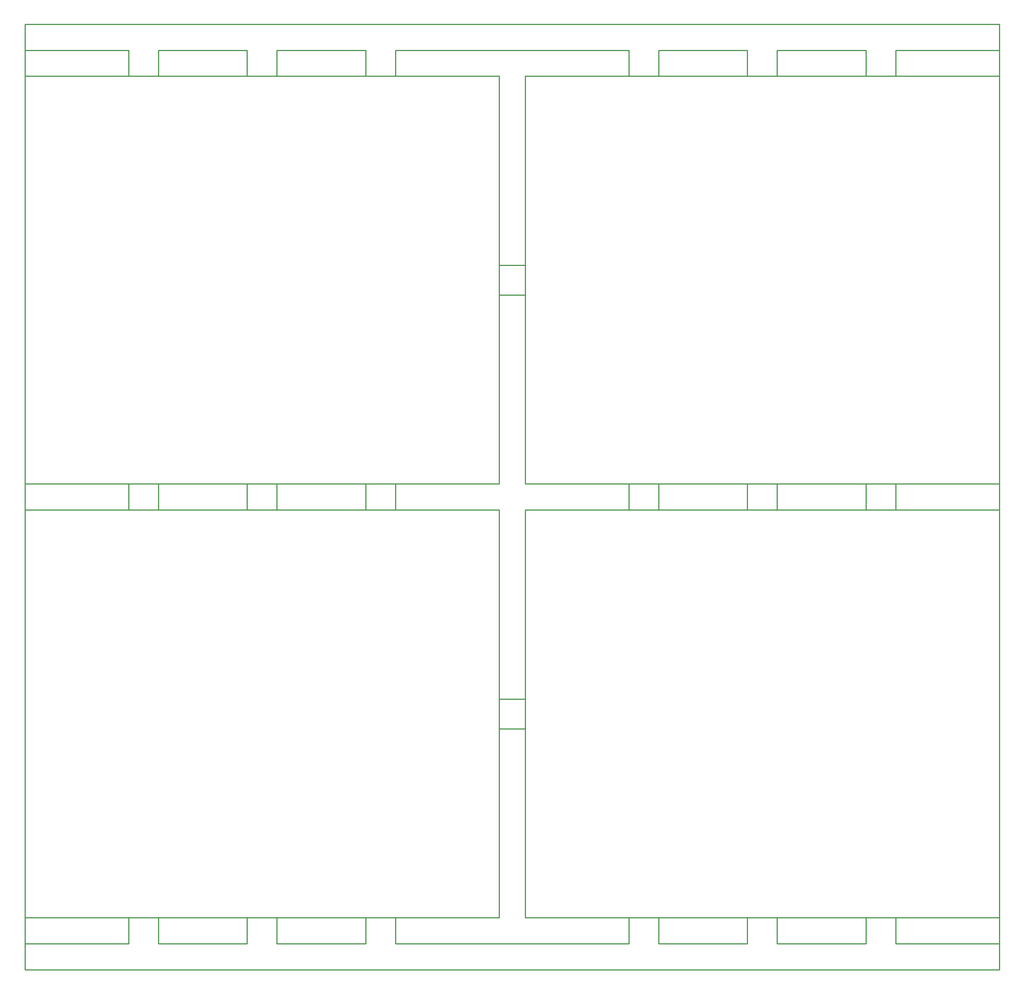
<source format=gko>
G04 Layer: BoardOutlineLayer*
G04 EasyEDA v6.5.29, 2023-07-19 22:01:03*
G04 8eb2f2613b91424b8de75a29ec9d0e09,5a6b42c53f6a479593ecc07194224c93,10*
G04 Gerber Generator version 0.2*
G04 Scale: 100 percent, Rotated: No, Reflected: No *
G04 Dimensions in millimeters *
G04 leading zeros omitted , absolute positions ,4 integer and 5 decimal *
%FSLAX45Y45*%
%MOMM*%

%ADD10C,0.2540*%
D10*
X7112000Y9652000D02*
G01*
X18034000Y9652000D01*
X18034000Y254000D01*
X7112000Y254000D01*
X7112000Y9652000D01*
X18633998Y9652000D02*
G01*
X29555998Y9652000D01*
X29555998Y254000D01*
X18633998Y254000D01*
X18633998Y9652000D01*
X7112000Y-345998D02*
G01*
X18034000Y-345998D01*
X18034000Y-9743998D01*
X7112000Y-9743998D01*
X7112000Y-345998D01*
X18633998Y-345998D02*
G01*
X29555998Y-345998D01*
X29555998Y-9743998D01*
X18633998Y-9743998D01*
X18633998Y-345998D01*
X7112000Y10851997D02*
G01*
X29555998Y10851997D01*
X29555998Y-10943996D01*
X7112000Y-10943996D01*
X7112000Y10851997D01*
X9500496Y10251998D02*
G01*
X7112000Y10251998D01*
X9500496Y-10343997D02*
G01*
X7112000Y-10343997D01*
X12230996Y10251998D02*
G01*
X10184505Y10251998D01*
X12230996Y-10343997D02*
G01*
X10184505Y-10343997D01*
X14961496Y10251998D02*
G01*
X12915005Y10251998D01*
X14961496Y-10343997D02*
G01*
X12915005Y-10343997D01*
X21022495Y10251998D02*
G01*
X15645505Y10251998D01*
X21022495Y-10343997D02*
G01*
X15645505Y-10343997D01*
X23752995Y10251998D02*
G01*
X21706504Y10251998D01*
X23752995Y-10343997D02*
G01*
X21706504Y-10343997D01*
X26483495Y10251998D02*
G01*
X24437004Y10251998D01*
X26483495Y-10343997D02*
G01*
X24437004Y-10343997D01*
X29555998Y10251998D02*
G01*
X27167504Y10251998D01*
X29555998Y-10343997D02*
G01*
X27167504Y-10343997D01*
X9500496Y-336831D02*
G01*
X9500496Y244833D01*
X10184505Y-336831D02*
G01*
X10184505Y244833D01*
X12230996Y-336831D02*
G01*
X12230996Y244833D01*
X12915005Y-336831D02*
G01*
X12915005Y244833D01*
X14961496Y-336831D02*
G01*
X14961496Y244833D01*
X15645505Y-336831D02*
G01*
X15645505Y244833D01*
X21022495Y-336831D02*
G01*
X21022495Y244833D01*
X21706504Y-336831D02*
G01*
X21706504Y244833D01*
X23752995Y-336831D02*
G01*
X23752995Y244833D01*
X24437004Y-336831D02*
G01*
X24437004Y244833D01*
X26483495Y-336831D02*
G01*
X26483495Y244833D01*
X27167504Y-336831D02*
G01*
X27167504Y244833D01*
X18624831Y5295003D02*
G01*
X18043166Y5295003D01*
X18624831Y4610994D02*
G01*
X18043166Y4610994D01*
X18624831Y-4702995D02*
G01*
X18043166Y-4702995D01*
X18624831Y-5387004D02*
G01*
X18043166Y-5387004D01*
X9500496Y9661166D02*
G01*
X9500496Y10251998D01*
X9500496Y-10343997D02*
G01*
X9500496Y-9753165D01*
X10184505Y9661166D02*
G01*
X10184505Y10251998D01*
X10184505Y-10343997D02*
G01*
X10184505Y-9753165D01*
X12230996Y9661166D02*
G01*
X12230996Y10251998D01*
X12230996Y-10343997D02*
G01*
X12230996Y-9753165D01*
X12915005Y9661166D02*
G01*
X12915005Y10251998D01*
X12915005Y-10343997D02*
G01*
X12915005Y-9753165D01*
X14961496Y9661166D02*
G01*
X14961496Y10251998D01*
X14961496Y-10343997D02*
G01*
X14961496Y-9753165D01*
X15645505Y9661166D02*
G01*
X15645505Y10251998D01*
X15645505Y-10343997D02*
G01*
X15645505Y-9753165D01*
X21022495Y9661166D02*
G01*
X21022495Y10251998D01*
X21022495Y-10343997D02*
G01*
X21022495Y-9753165D01*
X21706504Y9661166D02*
G01*
X21706504Y10251998D01*
X21706504Y-10343997D02*
G01*
X21706504Y-9753165D01*
X23752995Y9661166D02*
G01*
X23752995Y10251998D01*
X23752995Y-10343997D02*
G01*
X23752995Y-9753165D01*
X24437004Y9661166D02*
G01*
X24437004Y10251998D01*
X24437004Y-10343997D02*
G01*
X24437004Y-9753165D01*
X26483495Y9661166D02*
G01*
X26483495Y10251998D01*
X26483495Y-10343997D02*
G01*
X26483495Y-9753165D01*
X27167504Y9661166D02*
G01*
X27167504Y10251998D01*
X27167504Y-10343997D02*
G01*
X27167504Y-9753165D01*

%LPD*%
M02*

</source>
